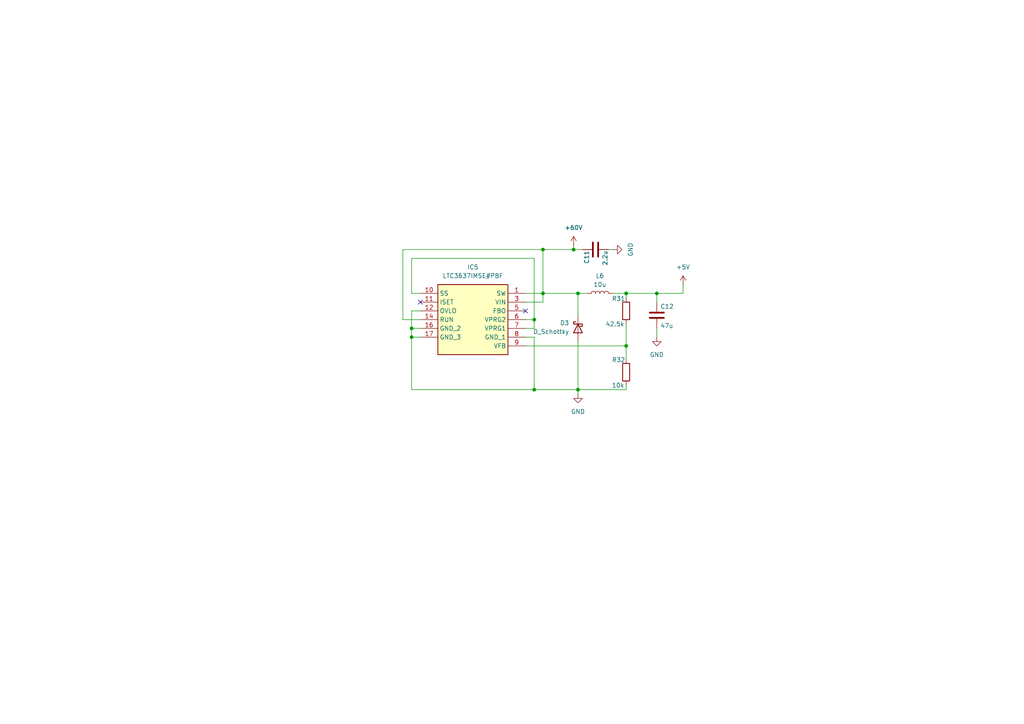
<source format=kicad_sch>
(kicad_sch (version 20231120) (generator "eeschema") (generator_version "8.0")
  (paper "A4")
  (lib_symbols
    (symbol "Device:C" (pin_numbers hide) (pin_names (offset 0.254))
      (property "Reference" "C" (at 0.635 2.54 0))
      (property "Value" "C" (at 0.635 -2.54 0))
      (symbol "C_0_1"
        (polyline (pts (xy -2.032 -0.762) (xy 2.032 -0.762)) (stroke (width 0.508)))
        (polyline (pts (xy -2.032 0.762) (xy 2.032 0.762)) (stroke (width 0.508)))
      )
      (symbol "C_1_1"
        (pin passive line (at 0 3.81 270) (length 2.794) (name "~") (number "1"))
        (pin passive line (at 0 -3.81 90) (length 2.794) (name "~") (number "2"))
      )
    )
    (symbol "Device:D_Schottky" (pin_numbers hide) (pin_names (offset 1.016) hide)
      (property "Reference" "D" (at 0 2.54 0))
      (property "Value" "D_Schottky" (at 0 -2.54 0))
      (symbol "D_Schottky_0_1"
        (polyline (pts (xy 1.27 0) (xy -1.27 0)))
        (polyline (pts (xy 1.27 1.27) (xy 1.27 -1.27) (xy -1.27 0) (xy 1.27 1.27)) (stroke (width 0.254)))
        (polyline (pts (xy -1.905 0.635) (xy -1.905 1.27) (xy -1.27 1.27) (xy -1.27 -1.27) (xy -0.635 -1.27) (xy -0.635 -0.635)) (stroke (width 0.254)))
      )
      (symbol "D_Schottky_1_1"
        (pin passive line (at -3.81 0 0) (length 2.54) (name "K") (number "1"))
        (pin passive line (at 3.81 0 180) (length 2.54) (name "A") (number "2"))
      )
    )
    (symbol "Device:L" (pin_numbers hide) (pin_names (offset 1.016) hide)
      (property "Reference" "L" (at -1.27 0 90))
      (property "Value" "L" (at 1.905 0 90))
      (symbol "L_0_1"
        (arc (start 0 -2.54) (mid 0.6323 -1.905) (end 0 -1.27))
        (arc (start 0 -1.27) (mid 0.6323 -0.635) (end 0 0))
        (arc (start 0 0) (mid 0.6323 0.635) (end 0 1.27))
        (arc (start 0 1.27) (mid 0.6323 1.905) (end 0 2.54))
      )
      (symbol "L_1_1"
        (pin passive line (at 0 3.81 270) (length 1.27) (name "1") (number "1"))
        (pin passive line (at 0 -3.81 90) (length 1.27) (name "2") (number "2"))
      )
    )
    (symbol "Device:R" (pin_numbers hide) (pin_names (offset 0))
      (property "Reference" "R" (at 2.032 0 90))
      (property "Value" "R" (at 0 0 90))
      (symbol "R_0_1"
        (rectangle (start -1.016 -2.54) (end 1.016 2.54) (stroke (width 0.254)))
      )
      (symbol "R_1_1"
        (pin passive line (at 0 3.81 270) (length 1.27) (name "~") (number "1"))
        (pin passive line (at 0 -3.81 90) (length 1.27) (name "~") (number "2"))
      )
    )
    (symbol "LTC3637IMSE#PBF:LTC3637IMSE#PBF"
      (property "Reference" "IC" (at 26.67 7.62 0))
      (property "Value" "LTC3637IMSE#PBF" (at 26.67 5.08 0))
      (symbol "LTC3637IMSE#PBF_1_1"
        (rectangle (start 5.08 2.54) (end 25.4 -17.78) (stroke (width 0.254)) (fill (type background)))
        (pin passive line (at 0 0 0) (length 5.08) (name "SW") (number "1"))
        (pin passive line (at 30.48 0 180) (length 5.08) (name "SS") (number "10"))
        (pin passive line (at 30.48 -2.54 180) (length 5.08) (name "ISET") (number "11"))
        (pin passive line (at 30.48 -5.08 180) (length 5.08) (name "OVLO") (number "12"))
        (pin passive line (at 30.48 -7.62 180) (length 5.08) (name "RUN") (number "14"))
        (pin passive line (at 30.48 -10.16 180) (length 5.08) (name "GND_2") (number "16"))
        (pin passive line (at 30.48 -12.7 180) (length 5.08) (name "GND_3") (number "17"))
        (pin passive line (at 0 -2.54 0) (length 5.08) (name "VIN") (number "3"))
        (pin passive line (at 0 -5.08 0) (length 5.08) (name "FBO") (number "5"))
        (pin passive line (at 0 -7.62 0) (length 5.08) (name "VPRG2") (number "6"))
        (pin passive line (at 0 -10.16 0) (length 5.08) (name "VPRG1") (number "7"))
        (pin passive line (at 0 -12.7 0) (length 5.08) (name "GND_1") (number "8"))
        (pin passive line (at 0 -15.24 0) (length 5.08) (name "VFB") (number "9"))
      )
    )
    (symbol "power:+12V" (power) (pin_numbers hide) (pin_names (offset 0) hide)
      (property "Value" "+12V" (at 0 3.556 0))
      (symbol "+12V_0_1"
        (polyline (pts (xy -0.762 1.27) (xy 0 2.54)))
        (polyline (pts (xy 0 0) (xy 0 2.54)))
        (polyline (pts (xy 0 2.54) (xy 0.762 1.27)))
      )
      (symbol "+12V_1_1"
        (pin power_in line (at 0 0 90) (length 0) (name "~") (number "1"))
      )
    )
    (symbol "power:+48V" (power) (pin_numbers hide) (pin_names (offset 0) hide)
      (property "Value" "+48V" (at 0 3.556 0))
      (symbol "+48V_0_1"
        (polyline (pts (xy -0.762 1.27) (xy 0 2.54)))
        (polyline (pts (xy 0 0) (xy 0 2.54)))
        (polyline (pts (xy 0 2.54) (xy 0.762 1.27)))
      )
      (symbol "+48V_1_1"
        (pin power_in line (at 0 0 90) (length 0) (name "~") (number "1"))
      )
    )
    (symbol "power:GND" (power) (pin_numbers hide) (pin_names (offset 0) hide)
      (property "Value" "GND" (at 0 -3.81 0))
      (symbol "GND_0_1"
        (polyline (pts (xy 0 0) (xy 0 -1.27) (xy 1.27 -1.27) (xy 0 -2.54) (xy -1.27 -1.27) (xy 0 -1.27)))
      )
      (symbol "GND_1_1"
        (pin power_in line (at 0 0 270) (length 0) (name "~") (number "1"))
      )
    )
  )
  (junction (at 167.64 113.03))
  (junction (at 181.61 85.09))
  (junction (at 190.5 85.09))
  (junction (at 157.48 85.09))
  (junction (at 167.64 85.09))
  (junction (at 154.94 92.71))
  (junction (at 166.37 72.39))
  (junction (at 157.48 72.39))
  (junction (at 119.38 95.25))
  (junction (at 181.61 100.33))
  (junction (at 119.38 97.79))
  (junction (at 154.94 113.03))
  (no_connect (at 121.92 87.63))
  (no_connect (at 152.4 90.17))
  (wire (pts (xy 154.94 92.71) (xy 152.4 92.71)))
  (wire (pts (xy 119.38 85.09) (xy 119.38 74.93)))
  (wire (pts (xy 181.61 85.09) (xy 181.61 86.36)))
  (wire (pts (xy 181.61 113.03) (xy 167.64 113.03)))
  (wire (pts (xy 119.38 113.03) (xy 119.38 97.79)))
  (wire (pts (xy 170.18 85.09) (xy 167.64 85.09)))
  (wire (pts (xy 119.38 74.93) (xy 154.94 74.93)))
  (wire (pts (xy 167.64 113.03) (xy 154.94 113.03)))
  (wire (pts (xy 167.64 99.06) (xy 167.64 113.03)))
  (wire (pts (xy 157.48 85.09) (xy 152.4 85.09)))
  (wire (pts (xy 154.94 113.03) (xy 119.38 113.03)))
  (wire (pts (xy 190.5 95.25) (xy 190.5 97.79)))
  (wire (pts (xy 119.38 95.25) (xy 119.38 90.17)))
  (wire (pts (xy 168.91 72.39) (xy 166.37 72.39)))
  (wire (pts (xy 167.64 85.09) (xy 157.48 85.09)))
  (wire (pts (xy 154.94 92.71) (xy 154.94 95.25)))
  (wire (pts (xy 167.64 113.03) (xy 167.64 114.3)))
  (wire (pts (xy 181.61 85.09) (xy 177.8 85.09)))
  (wire (pts (xy 157.48 72.39) (xy 157.48 85.09)))
  (wire (pts (xy 116.84 72.39) (xy 157.48 72.39)))
  (wire (pts (xy 176.53 72.39) (xy 177.8 72.39)))
  (wire (pts (xy 166.37 71.12) (xy 166.37 72.39)))
  (wire (pts (xy 190.5 85.09) (xy 190.5 87.63)))
  (wire (pts (xy 121.92 95.25) (xy 119.38 95.25)))
  (wire (pts (xy 154.94 95.25) (xy 152.4 95.25)))
  (wire (pts (xy 116.84 92.71) (xy 116.84 72.39)))
  (wire (pts (xy 181.61 100.33) (xy 181.61 104.14)))
  (wire (pts (xy 181.61 85.09) (xy 190.5 85.09)))
  (wire (pts (xy 121.92 85.09) (xy 119.38 85.09)))
  (wire (pts (xy 181.61 111.76) (xy 181.61 113.03)))
  (wire (pts (xy 181.61 93.98) (xy 181.61 100.33)))
  (wire (pts (xy 166.37 72.39) (xy 157.48 72.39)))
  (wire (pts (xy 121.92 92.71) (xy 116.84 92.71)))
  (wire (pts (xy 167.64 85.09) (xy 167.64 91.44)))
  (wire (pts (xy 154.94 74.93) (xy 154.94 92.71)))
  (wire (pts (xy 190.5 85.09) (xy 198.12 85.09)))
  (wire (pts (xy 121.92 97.79) (xy 119.38 97.79)))
  (wire (pts (xy 152.4 97.79) (xy 154.94 97.79)))
  (wire (pts (xy 157.48 85.09) (xy 157.48 87.63)))
  (wire (pts (xy 154.94 97.79) (xy 154.94 113.03)))
  (wire (pts (xy 198.12 82.55) (xy 198.12 85.09)))
  (wire (pts (xy 119.38 97.79) (xy 119.38 95.25)))
  (wire (pts (xy 119.38 90.17) (xy 121.92 90.17)))
  (wire (pts (xy 157.48 87.63) (xy 152.4 87.63)))
  (wire (pts (xy 152.4 100.33) (xy 181.61 100.33)))
  (symbol (lib_id "power:+12V") (at 198.12 82.55 0) (unit 1)
    (property "Reference" "#PWR088" (effects (hide yes)))
    (property "Value" "+5V" (at 198.12 77.47 0))
    (property "Description" "Power symbol creates a global label with name \"+12V\"" (effects (hide yes)))
  )
  (symbol (lib_id "power:GND") (at 190.5 97.79 0) (unit 1)
    (property "Reference" "#PWR087" (effects (hide yes)))
    (property "Value" "GND" (at 190.5 102.87 0))
    (property "Description" "Power symbol creates a global label with name \"GND\" , ground" (effects (hide yes)))
  )
  (symbol (lib_id "LTC3637IMSE#PBF:LTC3637IMSE#PBF") (at 152.4 85.09 0) (mirror y) (unit 1)
    (property "Reference" "IC5" (at 137.16 77.47 0))
    (property "Value" "LTC3637IMSE#PBF" (at 137.16 80.01 0))
    (property "Footprint" "LTC3637IMSEPBF" (effects (hide yes)))
    (property "Datasheet" "https://www.analog.com/LTC3637/datasheet" (effects (hide yes)))
    (property "Description" "Buck Switching Regulator IC Positive Adjustable 0.8V 1 Output 1A 16-TFSOP (0.118\", 3.00mm Width), 12 Leads, Exposed Pad" (effects (hide yes)))
    (property "Height" "1.1" (effects (hide yes)))
    (property "Manufacturer_Name" "Analog Devices" (effects (hide yes)))
    (property "Manufacturer_Part_Number" "LTC3637IMSE#PBF" (effects (hide yes)))
    (property "Mouser Part Number" "584-LTC3637IMSE#PBF" (effects (hide yes)))
    (property "Mouser Price/Stock" "https://www.mouser.co.uk/ProductDetail/Analog-Devices/LTC3637IMSEPBF?qs=hVkxg5c3xu8boP1mRjX3eQ%3D%3D" (effects (hide yes)))
    (property "Arrow Part Number" "LTC3637IMSE#PBF" (effects (hide yes)))
    (property "Arrow Price/Stock" "https://www.arrow.com/en/products/ltc3637imsepbf/analog-devices" (effects (hide yes)))
  )
  (symbol (lib_id "Device:L") (at 173.99 85.09 270) (mirror x) (unit 1)
    (property "Reference" "L6" (at 173.99 80.01 90))
    (property "Value" "10u" (at 173.99 82.55 90))
    (property "Description" "Inductor" (effects (hide yes)))
  )
  (symbol (lib_id "Device:C") (at 190.5 91.44 0) (unit 1)
    (property "Reference" "C12" (at 191.516 88.9 0) (effects (justify left)))
    (property "Value" "47u" (at 191.516 94.488 0) (effects (justify left)))
    (property "Description" "Unpolarized capacitor" (effects (hide yes)))
  )
  (symbol (lib_id "Device:D_Schottky") (at 167.64 95.25 90) (mirror x) (unit 1)
    (property "Reference" "D3" (at 165.1 93.6624 90) (effects (justify left)))
    (property "Value" "D_Schottky" (at 165.1 96.2024 90) (effects (justify left)))
    (property "Description" "Schottky diode" (effects (hide yes)))
  )
  (symbol (lib_id "power:GND") (at 167.64 114.3 0) (mirror y) (unit 1)
    (property "Reference" "#PWR085" (effects (hide yes)))
    (property "Value" "GND" (at 167.64 119.38 0))
    (property "Description" "Power symbol creates a global label with name \"GND\" , ground" (effects (hide yes)))
  )
  (symbol (lib_id "power:+48V") (at 166.37 71.12 0) (unit 1)
    (property "Reference" "#PWR084" (effects (hide yes)))
    (property "Value" "+60V" (at 166.37 66.04 0))
    (property "Description" "Power symbol creates a global label with name \"+48V\"" (effects (hide yes)))
  )
  (symbol (lib_id "Device:R") (at 181.61 107.95 0) (mirror y) (unit 1)
    (property "Reference" "R32" (at 181.356 104.394 0) (effects (justify left)))
    (property "Value" "10k" (at 181.102 111.76 0) (effects (justify left)))
    (property "Description" "Resistor" (effects (hide yes)))
  )
  (symbol (lib_id "Device:C") (at 172.72 72.39 90) (mirror x) (unit 1)
    (property "Reference" "C11" (at 170.18 72.644 0) (effects (justify left)))
    (property "Value" "2.2u" (at 175.514 72.644 0) (effects (justify left)))
    (property "Description" "Unpolarized capacitor" (effects (hide yes)))
  )
  (symbol (lib_id "power:GND") (at 177.8 72.39 90) (mirror x) (unit 1)
    (property "Reference" "#PWR086" (effects (hide yes)))
    (property "Value" "GND" (at 182.88 72.39 0))
    (property "Description" "Power symbol creates a global label with name \"GND\" , ground" (effects (hide yes)))
  )
  (symbol (lib_id "Device:R") (at 181.61 90.17 0) (mirror y) (unit 1)
    (property "Reference" "R31" (at 181.356 86.614 0) (effects (justify left)))
    (property "Value" "42.5k" (at 181.102 93.98 0) (effects (justify left)))
    (property "Description" "Resistor" (effects (hide yes)))
  )
)
</source>
